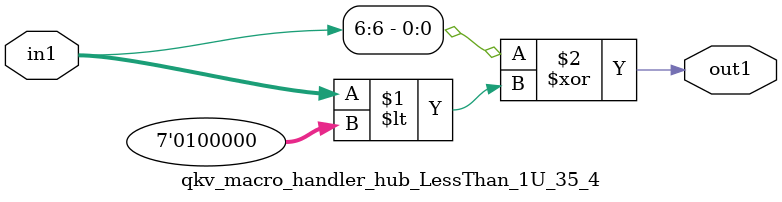
<source format=v>

`timescale 1ps / 1ps


module qkv_macro_handler_hub_LessThan_1U_35_4( in1, out1 );

    input [6:0] in1;
    output out1;

    
    // rtl_process:qkv_macro_handler_hub_LessThan_1U_35_4/qkv_macro_handler_hub_LessThan_1U_35_4_thread_1
    assign out1 = (in1[6] ^ in1 < 7'd032);

endmodule


</source>
